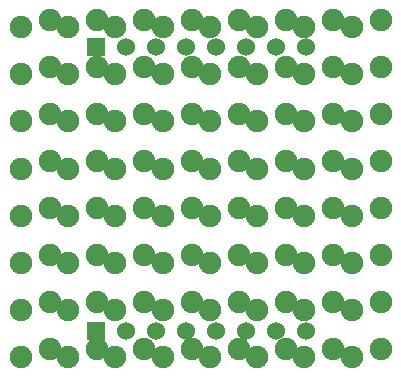
<source format=gts>
G04 (created by PCBNEW-RS274X (2011-aug-04)-testing) date Mon 11 Feb 2013 10:39:23 AM PST*
G01*
G70*
G90*
%MOIN*%
G04 Gerber Fmt 3.4, Leading zero omitted, Abs format*
%FSLAX34Y34*%
G04 APERTURE LIST*
%ADD10C,0.006000*%
%ADD11C,0.060000*%
%ADD12R,0.060000X0.060000*%
%ADD13C,0.075000*%
G04 APERTURE END LIST*
G54D10*
G54D11*
X25799Y-21575D03*
X24799Y-21575D03*
X23799Y-21575D03*
G54D12*
X22799Y-21575D03*
G54D11*
X26799Y-21575D03*
X27799Y-21575D03*
X28799Y-21575D03*
X29799Y-21575D03*
X25799Y-31024D03*
X24799Y-31024D03*
X23799Y-31024D03*
G54D12*
X22799Y-31024D03*
G54D11*
X26799Y-31024D03*
X27799Y-31024D03*
X28799Y-31024D03*
X29799Y-31024D03*
G54D13*
X31328Y-28760D03*
X32294Y-28502D03*
X29753Y-28760D03*
X30719Y-28502D03*
X28178Y-28760D03*
X29144Y-28502D03*
X26604Y-28760D03*
X27570Y-28502D03*
X25029Y-28760D03*
X25995Y-28502D03*
X23454Y-28760D03*
X24420Y-28502D03*
X21879Y-28760D03*
X22845Y-28502D03*
X20304Y-28760D03*
X21270Y-28502D03*
X31328Y-27191D03*
X32294Y-26933D03*
X29753Y-27191D03*
X30719Y-26933D03*
X28178Y-27191D03*
X29144Y-26933D03*
X26604Y-27191D03*
X27570Y-26933D03*
X25029Y-27191D03*
X25995Y-26933D03*
X23454Y-27191D03*
X24420Y-26933D03*
X21879Y-27191D03*
X22845Y-26933D03*
X20304Y-30328D03*
X21270Y-30070D03*
X21879Y-30328D03*
X22845Y-30070D03*
X23454Y-30328D03*
X24420Y-30070D03*
X25029Y-30328D03*
X25995Y-30070D03*
X26604Y-30328D03*
X27570Y-30070D03*
X28178Y-30328D03*
X29144Y-30070D03*
X29753Y-30328D03*
X30719Y-30070D03*
X31328Y-30328D03*
X32294Y-30070D03*
X20304Y-31897D03*
X21270Y-31639D03*
X21879Y-31897D03*
X22845Y-31639D03*
X23454Y-31897D03*
X24420Y-31639D03*
X25029Y-31897D03*
X25995Y-31639D03*
X26604Y-31897D03*
X27570Y-31639D03*
X28178Y-31897D03*
X29144Y-31639D03*
X29753Y-31897D03*
X30719Y-31639D03*
X31328Y-31897D03*
X32294Y-31639D03*
X20304Y-20916D03*
X21270Y-20658D03*
X21879Y-20916D03*
X22845Y-20658D03*
X23454Y-20916D03*
X24420Y-20658D03*
X25029Y-20916D03*
X25995Y-20658D03*
X26604Y-20916D03*
X27570Y-20658D03*
X28178Y-20916D03*
X29144Y-20658D03*
X29753Y-20916D03*
X30719Y-20658D03*
X31328Y-20916D03*
X32294Y-20658D03*
X20304Y-22485D03*
X21270Y-22227D03*
X21879Y-22485D03*
X22845Y-22227D03*
X23454Y-22485D03*
X24420Y-22227D03*
X25029Y-22485D03*
X25995Y-22227D03*
X26604Y-22485D03*
X27570Y-22227D03*
X28178Y-22485D03*
X29144Y-22227D03*
X29753Y-22485D03*
X30719Y-22227D03*
X31328Y-22485D03*
X32294Y-22227D03*
X20304Y-27191D03*
X21270Y-26933D03*
X31328Y-25622D03*
X32294Y-25364D03*
X29753Y-25622D03*
X30719Y-25364D03*
X28178Y-25622D03*
X29144Y-25364D03*
X26604Y-25622D03*
X27570Y-25364D03*
X25029Y-25622D03*
X25995Y-25364D03*
X23454Y-25622D03*
X24420Y-25364D03*
X21879Y-25622D03*
X22845Y-25364D03*
X20304Y-25622D03*
X21270Y-25364D03*
X31328Y-24054D03*
X32294Y-23796D03*
X29753Y-24054D03*
X30719Y-23796D03*
X28178Y-24054D03*
X29144Y-23796D03*
X26604Y-24054D03*
X27570Y-23796D03*
X25029Y-24054D03*
X25995Y-23796D03*
X23454Y-24054D03*
X24420Y-23796D03*
X21879Y-24054D03*
X22845Y-23796D03*
X20304Y-24054D03*
X21270Y-23796D03*
M02*

</source>
